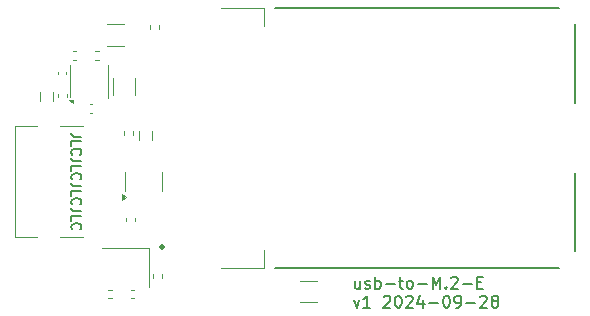
<source format=gto>
G04 #@! TF.GenerationSoftware,KiCad,Pcbnew,8.0.1+dfsg-1*
G04 #@! TF.CreationDate,2024-10-13T21:14:54+00:00*
G04 #@! TF.ProjectId,usb2m2e,75736232-6d32-4652-9e6b-696361645f70,rev?*
G04 #@! TF.SameCoordinates,Original*
G04 #@! TF.FileFunction,Legend,Top*
G04 #@! TF.FilePolarity,Positive*
%FSLAX46Y46*%
G04 Gerber Fmt 4.6, Leading zero omitted, Abs format (unit mm)*
G04 Created by KiCad (PCBNEW 8.0.1+dfsg-1) date 2024-10-13 21:14:54*
%MOMM*%
%LPD*%
G01*
G04 APERTURE LIST*
%ADD10C,0.150000*%
%ADD11C,0.160000*%
%ADD12C,0.120000*%
%ADD13C,0.260000*%
%ADD14C,1.100000*%
%ADD15C,1.600000*%
%ADD16R,1.550000X0.300000*%
%ADD17R,2.750000X1.200000*%
%ADD18C,4.500000*%
%ADD19R,1.900000X1.100000*%
%ADD20C,0.650000*%
%ADD21R,1.450000X0.600000*%
%ADD22R,1.450000X0.300000*%
%ADD23O,2.100000X1.000000*%
%ADD24O,1.600000X1.000000*%
%ADD25C,5.000000*%
%ADD26R,1.400000X1.200000*%
G04 APERTURE END LIST*
D10*
X163600000Y-72000000D02*
X139550000Y-72000000D01*
X165000000Y-80050000D02*
X165000000Y-73400000D01*
X165000000Y-92600000D02*
X165000000Y-85950000D01*
X163600000Y-94000000D02*
X139550000Y-94000000D01*
D11*
X123148971Y-82892379D02*
X122563257Y-82892379D01*
X122563257Y-82892379D02*
X122446114Y-82853332D01*
X122446114Y-82853332D02*
X122368019Y-82775236D01*
X122368019Y-82775236D02*
X122328971Y-82658094D01*
X122328971Y-82658094D02*
X122328971Y-82579998D01*
X122328971Y-83673332D02*
X122328971Y-83282856D01*
X122328971Y-83282856D02*
X123148971Y-83282856D01*
X122407066Y-84415237D02*
X122368019Y-84376189D01*
X122368019Y-84376189D02*
X122328971Y-84259047D01*
X122328971Y-84259047D02*
X122328971Y-84180951D01*
X122328971Y-84180951D02*
X122368019Y-84063808D01*
X122368019Y-84063808D02*
X122446114Y-83985713D01*
X122446114Y-83985713D02*
X122524209Y-83946666D01*
X122524209Y-83946666D02*
X122680399Y-83907618D01*
X122680399Y-83907618D02*
X122797542Y-83907618D01*
X122797542Y-83907618D02*
X122953733Y-83946666D01*
X122953733Y-83946666D02*
X123031828Y-83985713D01*
X123031828Y-83985713D02*
X123109923Y-84063808D01*
X123109923Y-84063808D02*
X123148971Y-84180951D01*
X123148971Y-84180951D02*
X123148971Y-84259047D01*
X123148971Y-84259047D02*
X123109923Y-84376189D01*
X123109923Y-84376189D02*
X123070876Y-84415237D01*
X123148971Y-85000951D02*
X122563257Y-85000951D01*
X122563257Y-85000951D02*
X122446114Y-84961904D01*
X122446114Y-84961904D02*
X122368019Y-84883808D01*
X122368019Y-84883808D02*
X122328971Y-84766666D01*
X122328971Y-84766666D02*
X122328971Y-84688570D01*
X122328971Y-85781904D02*
X122328971Y-85391428D01*
X122328971Y-85391428D02*
X123148971Y-85391428D01*
X122407066Y-86523809D02*
X122368019Y-86484761D01*
X122368019Y-86484761D02*
X122328971Y-86367619D01*
X122328971Y-86367619D02*
X122328971Y-86289523D01*
X122328971Y-86289523D02*
X122368019Y-86172380D01*
X122368019Y-86172380D02*
X122446114Y-86094285D01*
X122446114Y-86094285D02*
X122524209Y-86055238D01*
X122524209Y-86055238D02*
X122680399Y-86016190D01*
X122680399Y-86016190D02*
X122797542Y-86016190D01*
X122797542Y-86016190D02*
X122953733Y-86055238D01*
X122953733Y-86055238D02*
X123031828Y-86094285D01*
X123031828Y-86094285D02*
X123109923Y-86172380D01*
X123109923Y-86172380D02*
X123148971Y-86289523D01*
X123148971Y-86289523D02*
X123148971Y-86367619D01*
X123148971Y-86367619D02*
X123109923Y-86484761D01*
X123109923Y-86484761D02*
X123070876Y-86523809D01*
X123148971Y-87109523D02*
X122563257Y-87109523D01*
X122563257Y-87109523D02*
X122446114Y-87070476D01*
X122446114Y-87070476D02*
X122368019Y-86992380D01*
X122368019Y-86992380D02*
X122328971Y-86875238D01*
X122328971Y-86875238D02*
X122328971Y-86797142D01*
X122328971Y-87890476D02*
X122328971Y-87500000D01*
X122328971Y-87500000D02*
X123148971Y-87500000D01*
X122407066Y-88632381D02*
X122368019Y-88593333D01*
X122368019Y-88593333D02*
X122328971Y-88476191D01*
X122328971Y-88476191D02*
X122328971Y-88398095D01*
X122328971Y-88398095D02*
X122368019Y-88280952D01*
X122368019Y-88280952D02*
X122446114Y-88202857D01*
X122446114Y-88202857D02*
X122524209Y-88163810D01*
X122524209Y-88163810D02*
X122680399Y-88124762D01*
X122680399Y-88124762D02*
X122797542Y-88124762D01*
X122797542Y-88124762D02*
X122953733Y-88163810D01*
X122953733Y-88163810D02*
X123031828Y-88202857D01*
X123031828Y-88202857D02*
X123109923Y-88280952D01*
X123109923Y-88280952D02*
X123148971Y-88398095D01*
X123148971Y-88398095D02*
X123148971Y-88476191D01*
X123148971Y-88476191D02*
X123109923Y-88593333D01*
X123109923Y-88593333D02*
X123070876Y-88632381D01*
X123148971Y-89218095D02*
X122563257Y-89218095D01*
X122563257Y-89218095D02*
X122446114Y-89179048D01*
X122446114Y-89179048D02*
X122368019Y-89100952D01*
X122368019Y-89100952D02*
X122328971Y-88983810D01*
X122328971Y-88983810D02*
X122328971Y-88905714D01*
X122328971Y-89999048D02*
X122328971Y-89608572D01*
X122328971Y-89608572D02*
X123148971Y-89608572D01*
X122407066Y-90740953D02*
X122368019Y-90701905D01*
X122368019Y-90701905D02*
X122328971Y-90584763D01*
X122328971Y-90584763D02*
X122328971Y-90506667D01*
X122328971Y-90506667D02*
X122368019Y-90389524D01*
X122368019Y-90389524D02*
X122446114Y-90311429D01*
X122446114Y-90311429D02*
X122524209Y-90272382D01*
X122524209Y-90272382D02*
X122680399Y-90233334D01*
X122680399Y-90233334D02*
X122797542Y-90233334D01*
X122797542Y-90233334D02*
X122953733Y-90272382D01*
X122953733Y-90272382D02*
X123031828Y-90311429D01*
X123031828Y-90311429D02*
X123109923Y-90389524D01*
X123109923Y-90389524D02*
X123148971Y-90506667D01*
X123148971Y-90506667D02*
X123148971Y-90584763D01*
X123148971Y-90584763D02*
X123109923Y-90701905D01*
X123109923Y-90701905D02*
X123070876Y-90740953D01*
D10*
X146765350Y-95093208D02*
X146765350Y-95759875D01*
X146336779Y-95093208D02*
X146336779Y-95617017D01*
X146336779Y-95617017D02*
X146384398Y-95712256D01*
X146384398Y-95712256D02*
X146479636Y-95759875D01*
X146479636Y-95759875D02*
X146622493Y-95759875D01*
X146622493Y-95759875D02*
X146717731Y-95712256D01*
X146717731Y-95712256D02*
X146765350Y-95664636D01*
X147193922Y-95712256D02*
X147289160Y-95759875D01*
X147289160Y-95759875D02*
X147479636Y-95759875D01*
X147479636Y-95759875D02*
X147574874Y-95712256D01*
X147574874Y-95712256D02*
X147622493Y-95617017D01*
X147622493Y-95617017D02*
X147622493Y-95569398D01*
X147622493Y-95569398D02*
X147574874Y-95474160D01*
X147574874Y-95474160D02*
X147479636Y-95426541D01*
X147479636Y-95426541D02*
X147336779Y-95426541D01*
X147336779Y-95426541D02*
X147241541Y-95378922D01*
X147241541Y-95378922D02*
X147193922Y-95283684D01*
X147193922Y-95283684D02*
X147193922Y-95236065D01*
X147193922Y-95236065D02*
X147241541Y-95140827D01*
X147241541Y-95140827D02*
X147336779Y-95093208D01*
X147336779Y-95093208D02*
X147479636Y-95093208D01*
X147479636Y-95093208D02*
X147574874Y-95140827D01*
X148051065Y-95759875D02*
X148051065Y-94759875D01*
X148051065Y-95140827D02*
X148146303Y-95093208D01*
X148146303Y-95093208D02*
X148336779Y-95093208D01*
X148336779Y-95093208D02*
X148432017Y-95140827D01*
X148432017Y-95140827D02*
X148479636Y-95188446D01*
X148479636Y-95188446D02*
X148527255Y-95283684D01*
X148527255Y-95283684D02*
X148527255Y-95569398D01*
X148527255Y-95569398D02*
X148479636Y-95664636D01*
X148479636Y-95664636D02*
X148432017Y-95712256D01*
X148432017Y-95712256D02*
X148336779Y-95759875D01*
X148336779Y-95759875D02*
X148146303Y-95759875D01*
X148146303Y-95759875D02*
X148051065Y-95712256D01*
X148955827Y-95378922D02*
X149717732Y-95378922D01*
X150051065Y-95093208D02*
X150432017Y-95093208D01*
X150193922Y-94759875D02*
X150193922Y-95617017D01*
X150193922Y-95617017D02*
X150241541Y-95712256D01*
X150241541Y-95712256D02*
X150336779Y-95759875D01*
X150336779Y-95759875D02*
X150432017Y-95759875D01*
X150908208Y-95759875D02*
X150812970Y-95712256D01*
X150812970Y-95712256D02*
X150765351Y-95664636D01*
X150765351Y-95664636D02*
X150717732Y-95569398D01*
X150717732Y-95569398D02*
X150717732Y-95283684D01*
X150717732Y-95283684D02*
X150765351Y-95188446D01*
X150765351Y-95188446D02*
X150812970Y-95140827D01*
X150812970Y-95140827D02*
X150908208Y-95093208D01*
X150908208Y-95093208D02*
X151051065Y-95093208D01*
X151051065Y-95093208D02*
X151146303Y-95140827D01*
X151146303Y-95140827D02*
X151193922Y-95188446D01*
X151193922Y-95188446D02*
X151241541Y-95283684D01*
X151241541Y-95283684D02*
X151241541Y-95569398D01*
X151241541Y-95569398D02*
X151193922Y-95664636D01*
X151193922Y-95664636D02*
X151146303Y-95712256D01*
X151146303Y-95712256D02*
X151051065Y-95759875D01*
X151051065Y-95759875D02*
X150908208Y-95759875D01*
X151670113Y-95378922D02*
X152432018Y-95378922D01*
X152908208Y-95759875D02*
X152908208Y-94759875D01*
X152908208Y-94759875D02*
X153241541Y-95474160D01*
X153241541Y-95474160D02*
X153574874Y-94759875D01*
X153574874Y-94759875D02*
X153574874Y-95759875D01*
X154051065Y-95664636D02*
X154098684Y-95712256D01*
X154098684Y-95712256D02*
X154051065Y-95759875D01*
X154051065Y-95759875D02*
X154003446Y-95712256D01*
X154003446Y-95712256D02*
X154051065Y-95664636D01*
X154051065Y-95664636D02*
X154051065Y-95759875D01*
X154479636Y-94855113D02*
X154527255Y-94807494D01*
X154527255Y-94807494D02*
X154622493Y-94759875D01*
X154622493Y-94759875D02*
X154860588Y-94759875D01*
X154860588Y-94759875D02*
X154955826Y-94807494D01*
X154955826Y-94807494D02*
X155003445Y-94855113D01*
X155003445Y-94855113D02*
X155051064Y-94950351D01*
X155051064Y-94950351D02*
X155051064Y-95045589D01*
X155051064Y-95045589D02*
X155003445Y-95188446D01*
X155003445Y-95188446D02*
X154432017Y-95759875D01*
X154432017Y-95759875D02*
X155051064Y-95759875D01*
X155479636Y-95378922D02*
X156241541Y-95378922D01*
X156717731Y-95236065D02*
X157051064Y-95236065D01*
X157193921Y-95759875D02*
X156717731Y-95759875D01*
X156717731Y-95759875D02*
X156717731Y-94759875D01*
X156717731Y-94759875D02*
X157193921Y-94759875D01*
X146241541Y-96703152D02*
X146479636Y-97369819D01*
X146479636Y-97369819D02*
X146717731Y-96703152D01*
X147622493Y-97369819D02*
X147051065Y-97369819D01*
X147336779Y-97369819D02*
X147336779Y-96369819D01*
X147336779Y-96369819D02*
X147241541Y-96512676D01*
X147241541Y-96512676D02*
X147146303Y-96607914D01*
X147146303Y-96607914D02*
X147051065Y-96655533D01*
X148765351Y-96465057D02*
X148812970Y-96417438D01*
X148812970Y-96417438D02*
X148908208Y-96369819D01*
X148908208Y-96369819D02*
X149146303Y-96369819D01*
X149146303Y-96369819D02*
X149241541Y-96417438D01*
X149241541Y-96417438D02*
X149289160Y-96465057D01*
X149289160Y-96465057D02*
X149336779Y-96560295D01*
X149336779Y-96560295D02*
X149336779Y-96655533D01*
X149336779Y-96655533D02*
X149289160Y-96798390D01*
X149289160Y-96798390D02*
X148717732Y-97369819D01*
X148717732Y-97369819D02*
X149336779Y-97369819D01*
X149955827Y-96369819D02*
X150051065Y-96369819D01*
X150051065Y-96369819D02*
X150146303Y-96417438D01*
X150146303Y-96417438D02*
X150193922Y-96465057D01*
X150193922Y-96465057D02*
X150241541Y-96560295D01*
X150241541Y-96560295D02*
X150289160Y-96750771D01*
X150289160Y-96750771D02*
X150289160Y-96988866D01*
X150289160Y-96988866D02*
X150241541Y-97179342D01*
X150241541Y-97179342D02*
X150193922Y-97274580D01*
X150193922Y-97274580D02*
X150146303Y-97322200D01*
X150146303Y-97322200D02*
X150051065Y-97369819D01*
X150051065Y-97369819D02*
X149955827Y-97369819D01*
X149955827Y-97369819D02*
X149860589Y-97322200D01*
X149860589Y-97322200D02*
X149812970Y-97274580D01*
X149812970Y-97274580D02*
X149765351Y-97179342D01*
X149765351Y-97179342D02*
X149717732Y-96988866D01*
X149717732Y-96988866D02*
X149717732Y-96750771D01*
X149717732Y-96750771D02*
X149765351Y-96560295D01*
X149765351Y-96560295D02*
X149812970Y-96465057D01*
X149812970Y-96465057D02*
X149860589Y-96417438D01*
X149860589Y-96417438D02*
X149955827Y-96369819D01*
X150670113Y-96465057D02*
X150717732Y-96417438D01*
X150717732Y-96417438D02*
X150812970Y-96369819D01*
X150812970Y-96369819D02*
X151051065Y-96369819D01*
X151051065Y-96369819D02*
X151146303Y-96417438D01*
X151146303Y-96417438D02*
X151193922Y-96465057D01*
X151193922Y-96465057D02*
X151241541Y-96560295D01*
X151241541Y-96560295D02*
X151241541Y-96655533D01*
X151241541Y-96655533D02*
X151193922Y-96798390D01*
X151193922Y-96798390D02*
X150622494Y-97369819D01*
X150622494Y-97369819D02*
X151241541Y-97369819D01*
X152098684Y-96703152D02*
X152098684Y-97369819D01*
X151860589Y-96322200D02*
X151622494Y-97036485D01*
X151622494Y-97036485D02*
X152241541Y-97036485D01*
X152622494Y-96988866D02*
X153384399Y-96988866D01*
X154051065Y-96369819D02*
X154146303Y-96369819D01*
X154146303Y-96369819D02*
X154241541Y-96417438D01*
X154241541Y-96417438D02*
X154289160Y-96465057D01*
X154289160Y-96465057D02*
X154336779Y-96560295D01*
X154336779Y-96560295D02*
X154384398Y-96750771D01*
X154384398Y-96750771D02*
X154384398Y-96988866D01*
X154384398Y-96988866D02*
X154336779Y-97179342D01*
X154336779Y-97179342D02*
X154289160Y-97274580D01*
X154289160Y-97274580D02*
X154241541Y-97322200D01*
X154241541Y-97322200D02*
X154146303Y-97369819D01*
X154146303Y-97369819D02*
X154051065Y-97369819D01*
X154051065Y-97369819D02*
X153955827Y-97322200D01*
X153955827Y-97322200D02*
X153908208Y-97274580D01*
X153908208Y-97274580D02*
X153860589Y-97179342D01*
X153860589Y-97179342D02*
X153812970Y-96988866D01*
X153812970Y-96988866D02*
X153812970Y-96750771D01*
X153812970Y-96750771D02*
X153860589Y-96560295D01*
X153860589Y-96560295D02*
X153908208Y-96465057D01*
X153908208Y-96465057D02*
X153955827Y-96417438D01*
X153955827Y-96417438D02*
X154051065Y-96369819D01*
X154860589Y-97369819D02*
X155051065Y-97369819D01*
X155051065Y-97369819D02*
X155146303Y-97322200D01*
X155146303Y-97322200D02*
X155193922Y-97274580D01*
X155193922Y-97274580D02*
X155289160Y-97131723D01*
X155289160Y-97131723D02*
X155336779Y-96941247D01*
X155336779Y-96941247D02*
X155336779Y-96560295D01*
X155336779Y-96560295D02*
X155289160Y-96465057D01*
X155289160Y-96465057D02*
X155241541Y-96417438D01*
X155241541Y-96417438D02*
X155146303Y-96369819D01*
X155146303Y-96369819D02*
X154955827Y-96369819D01*
X154955827Y-96369819D02*
X154860589Y-96417438D01*
X154860589Y-96417438D02*
X154812970Y-96465057D01*
X154812970Y-96465057D02*
X154765351Y-96560295D01*
X154765351Y-96560295D02*
X154765351Y-96798390D01*
X154765351Y-96798390D02*
X154812970Y-96893628D01*
X154812970Y-96893628D02*
X154860589Y-96941247D01*
X154860589Y-96941247D02*
X154955827Y-96988866D01*
X154955827Y-96988866D02*
X155146303Y-96988866D01*
X155146303Y-96988866D02*
X155241541Y-96941247D01*
X155241541Y-96941247D02*
X155289160Y-96893628D01*
X155289160Y-96893628D02*
X155336779Y-96798390D01*
X155765351Y-96988866D02*
X156527256Y-96988866D01*
X156955827Y-96465057D02*
X157003446Y-96417438D01*
X157003446Y-96417438D02*
X157098684Y-96369819D01*
X157098684Y-96369819D02*
X157336779Y-96369819D01*
X157336779Y-96369819D02*
X157432017Y-96417438D01*
X157432017Y-96417438D02*
X157479636Y-96465057D01*
X157479636Y-96465057D02*
X157527255Y-96560295D01*
X157527255Y-96560295D02*
X157527255Y-96655533D01*
X157527255Y-96655533D02*
X157479636Y-96798390D01*
X157479636Y-96798390D02*
X156908208Y-97369819D01*
X156908208Y-97369819D02*
X157527255Y-97369819D01*
X158098684Y-96798390D02*
X158003446Y-96750771D01*
X158003446Y-96750771D02*
X157955827Y-96703152D01*
X157955827Y-96703152D02*
X157908208Y-96607914D01*
X157908208Y-96607914D02*
X157908208Y-96560295D01*
X157908208Y-96560295D02*
X157955827Y-96465057D01*
X157955827Y-96465057D02*
X158003446Y-96417438D01*
X158003446Y-96417438D02*
X158098684Y-96369819D01*
X158098684Y-96369819D02*
X158289160Y-96369819D01*
X158289160Y-96369819D02*
X158384398Y-96417438D01*
X158384398Y-96417438D02*
X158432017Y-96465057D01*
X158432017Y-96465057D02*
X158479636Y-96560295D01*
X158479636Y-96560295D02*
X158479636Y-96607914D01*
X158479636Y-96607914D02*
X158432017Y-96703152D01*
X158432017Y-96703152D02*
X158384398Y-96750771D01*
X158384398Y-96750771D02*
X158289160Y-96798390D01*
X158289160Y-96798390D02*
X158098684Y-96798390D01*
X158098684Y-96798390D02*
X158003446Y-96846009D01*
X158003446Y-96846009D02*
X157955827Y-96893628D01*
X157955827Y-96893628D02*
X157908208Y-96988866D01*
X157908208Y-96988866D02*
X157908208Y-97179342D01*
X157908208Y-97179342D02*
X157955827Y-97274580D01*
X157955827Y-97274580D02*
X158003446Y-97322200D01*
X158003446Y-97322200D02*
X158098684Y-97369819D01*
X158098684Y-97369819D02*
X158289160Y-97369819D01*
X158289160Y-97369819D02*
X158384398Y-97322200D01*
X158384398Y-97322200D02*
X158432017Y-97274580D01*
X158432017Y-97274580D02*
X158479636Y-97179342D01*
X158479636Y-97179342D02*
X158479636Y-96988866D01*
X158479636Y-96988866D02*
X158432017Y-96893628D01*
X158432017Y-96893628D02*
X158384398Y-96846009D01*
X158384398Y-96846009D02*
X158289160Y-96798390D01*
D12*
X135000000Y-71990000D02*
X138640000Y-71990000D01*
X135000000Y-94010000D02*
X138640000Y-94010000D01*
X138640000Y-71990000D02*
X138640000Y-73490000D01*
X138640000Y-94010000D02*
X138640000Y-92510000D01*
D13*
X130130000Y-92250000D02*
G75*
G02*
X129870000Y-92250000I-130000J0D01*
G01*
X129870000Y-92250000D02*
G75*
G02*
X130130000Y-92250000I130000J0D01*
G01*
D12*
X121190000Y-77392164D02*
X121190000Y-77607836D01*
X121910000Y-77392164D02*
X121910000Y-77607836D01*
X125753641Y-95840000D02*
X125446359Y-95840000D01*
X125753641Y-96600000D02*
X125446359Y-96600000D01*
X124638641Y-75657500D02*
X124331359Y-75657500D01*
X124638641Y-76417500D02*
X124331359Y-76417500D01*
X121170000Y-79553641D02*
X121170000Y-79246359D01*
X121930000Y-79553641D02*
X121930000Y-79246359D01*
X129220000Y-94863641D02*
X129220000Y-94556359D01*
X129980000Y-94863641D02*
X129980000Y-94556359D01*
X129020000Y-73446359D02*
X129020000Y-73753641D01*
X129780000Y-73446359D02*
X129780000Y-73753641D01*
X127607836Y-95850000D02*
X127392164Y-95850000D01*
X127607836Y-96570000D02*
X127392164Y-96570000D01*
X126811252Y-73390000D02*
X125388748Y-73390000D01*
X126811252Y-75210000D02*
X125388748Y-75210000D01*
X126820000Y-82753641D02*
X126820000Y-82446359D01*
X127580000Y-82753641D02*
X127580000Y-82446359D01*
X126920000Y-89756359D02*
X126920000Y-90063641D01*
X127680000Y-89756359D02*
X127680000Y-90063641D01*
X122738641Y-75657500D02*
X122431359Y-75657500D01*
X122738641Y-76417500D02*
X122431359Y-76417500D01*
X122215000Y-79527500D02*
X122215000Y-76837500D01*
X125435000Y-79637500D02*
X125435000Y-76837500D01*
X122445000Y-80047500D02*
X122165000Y-79767500D01*
X122445000Y-79767500D01*
X122445000Y-80047500D01*
G36*
X122445000Y-80047500D02*
G01*
X122165000Y-79767500D01*
X122445000Y-79767500D01*
X122445000Y-80047500D01*
G37*
X125890000Y-79336252D02*
X125890000Y-77913748D01*
X127710000Y-79336252D02*
X127710000Y-77913748D01*
X123892164Y-80140000D02*
X124107836Y-80140000D01*
X123892164Y-80860000D02*
X124107836Y-80860000D01*
X117540000Y-81980000D02*
X117540000Y-91380000D01*
X119440000Y-81980000D02*
X117540000Y-81980000D01*
X119440000Y-91380000D02*
X117540000Y-91380000D01*
X123340000Y-81980000D02*
X121340000Y-81980000D01*
X123340000Y-91380000D02*
X121340000Y-91380000D01*
X128040000Y-83199622D02*
X128040000Y-82400378D01*
X129160000Y-83199622D02*
X129160000Y-82400378D01*
X141688748Y-95090000D02*
X143111252Y-95090000D01*
X141688748Y-96910000D02*
X143111252Y-96910000D01*
X119640000Y-79100378D02*
X119640000Y-79899622D01*
X120760000Y-79100378D02*
X120760000Y-79899622D01*
X126890000Y-86700000D02*
X126890000Y-85900000D01*
X126890000Y-86700000D02*
X126890000Y-87500000D01*
X130010000Y-86700000D02*
X130010000Y-85900000D01*
X130010000Y-86700000D02*
X130010000Y-87500000D01*
X126940000Y-88000000D02*
X126610000Y-88240000D01*
X126610000Y-87760000D01*
X126940000Y-88000000D01*
G36*
X126940000Y-88000000D02*
G01*
X126610000Y-88240000D01*
X126610000Y-87760000D01*
X126940000Y-88000000D01*
G37*
X128900000Y-92310000D02*
X124900000Y-92310000D01*
X128900000Y-95610000D02*
X128900000Y-92310000D01*
%LPC*%
D14*
X136750000Y-93000000D03*
D15*
X136750000Y-73000000D03*
D16*
X131525000Y-92250000D03*
X138975000Y-92000000D03*
X131525000Y-91750000D03*
X138975000Y-91500000D03*
X131525000Y-91250000D03*
X138975000Y-91000000D03*
X131525000Y-90750000D03*
X138975000Y-90500000D03*
X131525000Y-90250000D03*
X138975000Y-90000000D03*
X131525000Y-89750000D03*
X138975000Y-89500000D03*
X131525000Y-89250000D03*
X138975000Y-89000000D03*
X131525000Y-88750000D03*
X138975000Y-88500000D03*
X131525000Y-88250000D03*
X138975000Y-88000000D03*
X131525000Y-87750000D03*
X138975000Y-87500000D03*
X131525000Y-87250000D03*
X138975000Y-87000000D03*
X131525000Y-86750000D03*
X138975000Y-86500000D03*
X131525000Y-86250000D03*
X138975000Y-86000000D03*
X131525000Y-85750000D03*
X138975000Y-85500000D03*
X131525000Y-85250000D03*
X138975000Y-85000000D03*
X131525000Y-84750000D03*
X138975000Y-84500000D03*
X131525000Y-84250000D03*
X138975000Y-84000000D03*
X131525000Y-83750000D03*
X138975000Y-83500000D03*
X131525000Y-83250000D03*
X138975000Y-83000000D03*
X131525000Y-82750000D03*
X138975000Y-82500000D03*
X131525000Y-82250000D03*
X138975000Y-82000000D03*
X131525000Y-81750000D03*
X138975000Y-81500000D03*
X131525000Y-81250000D03*
X138975000Y-81000000D03*
X131525000Y-80750000D03*
X138975000Y-80500000D03*
X131525000Y-80250000D03*
X138975000Y-80000000D03*
X131525000Y-79750000D03*
X138975000Y-79500000D03*
X131525000Y-79250000D03*
X138975000Y-79000000D03*
X131525000Y-78750000D03*
X138975000Y-78500000D03*
X131525000Y-78250000D03*
X138975000Y-78000000D03*
X131525000Y-77750000D03*
X138975000Y-77500000D03*
X131525000Y-77250000D03*
X138975000Y-77000000D03*
X131525000Y-76750000D03*
X138975000Y-76500000D03*
X131525000Y-76250000D03*
X138975000Y-76000000D03*
X131525000Y-75750000D03*
X138975000Y-75500000D03*
X131525000Y-75250000D03*
X138975000Y-75000000D03*
X131525000Y-74750000D03*
X138975000Y-74500000D03*
X131525000Y-74250000D03*
X138975000Y-74000000D03*
X131525000Y-73750000D03*
D17*
X132250000Y-93350000D03*
X132250000Y-72650000D03*
G36*
G01*
X121380000Y-76740000D02*
X121720000Y-76740000D01*
G75*
G02*
X121860000Y-76880000I0J-140000D01*
G01*
X121860000Y-77160000D01*
G75*
G02*
X121720000Y-77300000I-140000J0D01*
G01*
X121380000Y-77300000D01*
G75*
G02*
X121240000Y-77160000I0J140000D01*
G01*
X121240000Y-76880000D01*
G75*
G02*
X121380000Y-76740000I140000J0D01*
G01*
G37*
G36*
G01*
X121380000Y-77700000D02*
X121720000Y-77700000D01*
G75*
G02*
X121860000Y-77840000I0J-140000D01*
G01*
X121860000Y-78120000D01*
G75*
G02*
X121720000Y-78260000I-140000J0D01*
G01*
X121380000Y-78260000D01*
G75*
G02*
X121240000Y-78120000I0J140000D01*
G01*
X121240000Y-77840000D01*
G75*
G02*
X121380000Y-77700000I140000J0D01*
G01*
G37*
G36*
G01*
X126380000Y-96035000D02*
X126380000Y-96405000D01*
G75*
G02*
X126245000Y-96540000I-135000J0D01*
G01*
X125975000Y-96540000D01*
G75*
G02*
X125840000Y-96405000I0J135000D01*
G01*
X125840000Y-96035000D01*
G75*
G02*
X125975000Y-95900000I135000J0D01*
G01*
X126245000Y-95900000D01*
G75*
G02*
X126380000Y-96035000I0J-135000D01*
G01*
G37*
G36*
G01*
X125360000Y-96035000D02*
X125360000Y-96405000D01*
G75*
G02*
X125225000Y-96540000I-135000J0D01*
G01*
X124955000Y-96540000D01*
G75*
G02*
X124820000Y-96405000I0J135000D01*
G01*
X124820000Y-96035000D01*
G75*
G02*
X124955000Y-95900000I135000J0D01*
G01*
X125225000Y-95900000D01*
G75*
G02*
X125360000Y-96035000I0J-135000D01*
G01*
G37*
G36*
G01*
X125265000Y-75852500D02*
X125265000Y-76222500D01*
G75*
G02*
X125130000Y-76357500I-135000J0D01*
G01*
X124860000Y-76357500D01*
G75*
G02*
X124725000Y-76222500I0J135000D01*
G01*
X124725000Y-75852500D01*
G75*
G02*
X124860000Y-75717500I135000J0D01*
G01*
X125130000Y-75717500D01*
G75*
G02*
X125265000Y-75852500I0J-135000D01*
G01*
G37*
G36*
G01*
X124245000Y-75852500D02*
X124245000Y-76222500D01*
G75*
G02*
X124110000Y-76357500I-135000J0D01*
G01*
X123840000Y-76357500D01*
G75*
G02*
X123705000Y-76222500I0J135000D01*
G01*
X123705000Y-75852500D01*
G75*
G02*
X123840000Y-75717500I135000J0D01*
G01*
X124110000Y-75717500D01*
G75*
G02*
X124245000Y-75852500I0J-135000D01*
G01*
G37*
G36*
G01*
X121735000Y-80180000D02*
X121365000Y-80180000D01*
G75*
G02*
X121230000Y-80045000I0J135000D01*
G01*
X121230000Y-79775000D01*
G75*
G02*
X121365000Y-79640000I135000J0D01*
G01*
X121735000Y-79640000D01*
G75*
G02*
X121870000Y-79775000I0J-135000D01*
G01*
X121870000Y-80045000D01*
G75*
G02*
X121735000Y-80180000I-135000J0D01*
G01*
G37*
G36*
G01*
X121735000Y-79160000D02*
X121365000Y-79160000D01*
G75*
G02*
X121230000Y-79025000I0J135000D01*
G01*
X121230000Y-78755000D01*
G75*
G02*
X121365000Y-78620000I135000J0D01*
G01*
X121735000Y-78620000D01*
G75*
G02*
X121870000Y-78755000I0J-135000D01*
G01*
X121870000Y-79025000D01*
G75*
G02*
X121735000Y-79160000I-135000J0D01*
G01*
G37*
G36*
G01*
X129785000Y-95490000D02*
X129415000Y-95490000D01*
G75*
G02*
X129280000Y-95355000I0J135000D01*
G01*
X129280000Y-95085000D01*
G75*
G02*
X129415000Y-94950000I135000J0D01*
G01*
X129785000Y-94950000D01*
G75*
G02*
X129920000Y-95085000I0J-135000D01*
G01*
X129920000Y-95355000D01*
G75*
G02*
X129785000Y-95490000I-135000J0D01*
G01*
G37*
G36*
G01*
X129785000Y-94470000D02*
X129415000Y-94470000D01*
G75*
G02*
X129280000Y-94335000I0J135000D01*
G01*
X129280000Y-94065000D01*
G75*
G02*
X129415000Y-93930000I135000J0D01*
G01*
X129785000Y-93930000D01*
G75*
G02*
X129920000Y-94065000I0J-135000D01*
G01*
X129920000Y-94335000D01*
G75*
G02*
X129785000Y-94470000I-135000J0D01*
G01*
G37*
G36*
G01*
X129215000Y-72820000D02*
X129585000Y-72820000D01*
G75*
G02*
X129720000Y-72955000I0J-135000D01*
G01*
X129720000Y-73225000D01*
G75*
G02*
X129585000Y-73360000I-135000J0D01*
G01*
X129215000Y-73360000D01*
G75*
G02*
X129080000Y-73225000I0J135000D01*
G01*
X129080000Y-72955000D01*
G75*
G02*
X129215000Y-72820000I135000J0D01*
G01*
G37*
G36*
G01*
X129215000Y-73840000D02*
X129585000Y-73840000D01*
G75*
G02*
X129720000Y-73975000I0J-135000D01*
G01*
X129720000Y-74245000D01*
G75*
G02*
X129585000Y-74380000I-135000J0D01*
G01*
X129215000Y-74380000D01*
G75*
G02*
X129080000Y-74245000I0J135000D01*
G01*
X129080000Y-73975000D01*
G75*
G02*
X129215000Y-73840000I135000J0D01*
G01*
G37*
D18*
X122000000Y-71000000D03*
G36*
G01*
X128260000Y-96040000D02*
X128260000Y-96380000D01*
G75*
G02*
X128120000Y-96520000I-140000J0D01*
G01*
X127840000Y-96520000D01*
G75*
G02*
X127700000Y-96380000I0J140000D01*
G01*
X127700000Y-96040000D01*
G75*
G02*
X127840000Y-95900000I140000J0D01*
G01*
X128120000Y-95900000D01*
G75*
G02*
X128260000Y-96040000I0J-140000D01*
G01*
G37*
G36*
G01*
X127300000Y-96040000D02*
X127300000Y-96380000D01*
G75*
G02*
X127160000Y-96520000I-140000J0D01*
G01*
X126880000Y-96520000D01*
G75*
G02*
X126740000Y-96380000I0J140000D01*
G01*
X126740000Y-96040000D01*
G75*
G02*
X126880000Y-95900000I140000J0D01*
G01*
X127160000Y-95900000D01*
G75*
G02*
X127300000Y-96040000I0J-140000D01*
G01*
G37*
G36*
G01*
X128150000Y-73650000D02*
X128150000Y-74950000D01*
G75*
G02*
X127900000Y-75200000I-250000J0D01*
G01*
X127250000Y-75200000D01*
G75*
G02*
X127000000Y-74950000I0J250000D01*
G01*
X127000000Y-73650000D01*
G75*
G02*
X127250000Y-73400000I250000J0D01*
G01*
X127900000Y-73400000D01*
G75*
G02*
X128150000Y-73650000I0J-250000D01*
G01*
G37*
G36*
G01*
X125200000Y-73650000D02*
X125200000Y-74950000D01*
G75*
G02*
X124950000Y-75200000I-250000J0D01*
G01*
X124300000Y-75200000D01*
G75*
G02*
X124050000Y-74950000I0J250000D01*
G01*
X124050000Y-73650000D01*
G75*
G02*
X124300000Y-73400000I250000J0D01*
G01*
X124950000Y-73400000D01*
G75*
G02*
X125200000Y-73650000I0J-250000D01*
G01*
G37*
G36*
G01*
X127385000Y-83380000D02*
X127015000Y-83380000D01*
G75*
G02*
X126880000Y-83245000I0J135000D01*
G01*
X126880000Y-82975000D01*
G75*
G02*
X127015000Y-82840000I135000J0D01*
G01*
X127385000Y-82840000D01*
G75*
G02*
X127520000Y-82975000I0J-135000D01*
G01*
X127520000Y-83245000D01*
G75*
G02*
X127385000Y-83380000I-135000J0D01*
G01*
G37*
G36*
G01*
X127385000Y-82360000D02*
X127015000Y-82360000D01*
G75*
G02*
X126880000Y-82225000I0J135000D01*
G01*
X126880000Y-81955000D01*
G75*
G02*
X127015000Y-81820000I135000J0D01*
G01*
X127385000Y-81820000D01*
G75*
G02*
X127520000Y-81955000I0J-135000D01*
G01*
X127520000Y-82225000D01*
G75*
G02*
X127385000Y-82360000I-135000J0D01*
G01*
G37*
X166000000Y-95000000D03*
G36*
G01*
X127115000Y-89130000D02*
X127485000Y-89130000D01*
G75*
G02*
X127620000Y-89265000I0J-135000D01*
G01*
X127620000Y-89535000D01*
G75*
G02*
X127485000Y-89670000I-135000J0D01*
G01*
X127115000Y-89670000D01*
G75*
G02*
X126980000Y-89535000I0J135000D01*
G01*
X126980000Y-89265000D01*
G75*
G02*
X127115000Y-89130000I135000J0D01*
G01*
G37*
G36*
G01*
X127115000Y-90150000D02*
X127485000Y-90150000D01*
G75*
G02*
X127620000Y-90285000I0J-135000D01*
G01*
X127620000Y-90555000D01*
G75*
G02*
X127485000Y-90690000I-135000J0D01*
G01*
X127115000Y-90690000D01*
G75*
G02*
X126980000Y-90555000I0J135000D01*
G01*
X126980000Y-90285000D01*
G75*
G02*
X127115000Y-90150000I135000J0D01*
G01*
G37*
G36*
G01*
X123365000Y-75852500D02*
X123365000Y-76222500D01*
G75*
G02*
X123230000Y-76357500I-135000J0D01*
G01*
X122960000Y-76357500D01*
G75*
G02*
X122825000Y-76222500I0J135000D01*
G01*
X122825000Y-75852500D01*
G75*
G02*
X122960000Y-75717500I135000J0D01*
G01*
X123230000Y-75717500D01*
G75*
G02*
X123365000Y-75852500I0J-135000D01*
G01*
G37*
G36*
G01*
X122345000Y-75852500D02*
X122345000Y-76222500D01*
G75*
G02*
X122210000Y-76357500I-135000J0D01*
G01*
X121940000Y-76357500D01*
G75*
G02*
X121805000Y-76222500I0J135000D01*
G01*
X121805000Y-75852500D01*
G75*
G02*
X121940000Y-75717500I135000J0D01*
G01*
X122210000Y-75717500D01*
G75*
G02*
X122345000Y-75852500I0J-135000D01*
G01*
G37*
G36*
G01*
X122975000Y-79612500D02*
X122725000Y-79612500D01*
G75*
G02*
X122600000Y-79487500I0J125000D01*
G01*
X122600000Y-79112500D01*
G75*
G02*
X122725000Y-78987500I125000J0D01*
G01*
X122975000Y-78987500D01*
G75*
G02*
X123100000Y-79112500I0J-125000D01*
G01*
X123100000Y-79487500D01*
G75*
G02*
X122975000Y-79612500I-125000J0D01*
G01*
G37*
G36*
G01*
X123625000Y-79612500D02*
X123375000Y-79612500D01*
G75*
G02*
X123250000Y-79487500I0J125000D01*
G01*
X123250000Y-79112500D01*
G75*
G02*
X123375000Y-78987500I125000J0D01*
G01*
X123625000Y-78987500D01*
G75*
G02*
X123750000Y-79112500I0J-125000D01*
G01*
X123750000Y-79487500D01*
G75*
G02*
X123625000Y-79612500I-125000J0D01*
G01*
G37*
G36*
G01*
X124275000Y-79612500D02*
X124025000Y-79612500D01*
G75*
G02*
X123900000Y-79487500I0J125000D01*
G01*
X123900000Y-79112500D01*
G75*
G02*
X124025000Y-78987500I125000J0D01*
G01*
X124275000Y-78987500D01*
G75*
G02*
X124400000Y-79112500I0J-125000D01*
G01*
X124400000Y-79487500D01*
G75*
G02*
X124275000Y-79612500I-125000J0D01*
G01*
G37*
G36*
G01*
X124925000Y-79612500D02*
X124675000Y-79612500D01*
G75*
G02*
X124550000Y-79487500I0J125000D01*
G01*
X124550000Y-79112500D01*
G75*
G02*
X124675000Y-78987500I125000J0D01*
G01*
X124925000Y-78987500D01*
G75*
G02*
X125050000Y-79112500I0J-125000D01*
G01*
X125050000Y-79487500D01*
G75*
G02*
X124925000Y-79612500I-125000J0D01*
G01*
G37*
G36*
G01*
X124925000Y-77487500D02*
X124675000Y-77487500D01*
G75*
G02*
X124550000Y-77362500I0J125000D01*
G01*
X124550000Y-76987500D01*
G75*
G02*
X124675000Y-76862500I125000J0D01*
G01*
X124925000Y-76862500D01*
G75*
G02*
X125050000Y-76987500I0J-125000D01*
G01*
X125050000Y-77362500D01*
G75*
G02*
X124925000Y-77487500I-125000J0D01*
G01*
G37*
G36*
G01*
X124275000Y-77487500D02*
X124025000Y-77487500D01*
G75*
G02*
X123900000Y-77362500I0J125000D01*
G01*
X123900000Y-76987500D01*
G75*
G02*
X124025000Y-76862500I125000J0D01*
G01*
X124275000Y-76862500D01*
G75*
G02*
X124400000Y-76987500I0J-125000D01*
G01*
X124400000Y-77362500D01*
G75*
G02*
X124275000Y-77487500I-125000J0D01*
G01*
G37*
G36*
G01*
X123625000Y-77487500D02*
X123375000Y-77487500D01*
G75*
G02*
X123250000Y-77362500I0J125000D01*
G01*
X123250000Y-76987500D01*
G75*
G02*
X123375000Y-76862500I125000J0D01*
G01*
X123625000Y-76862500D01*
G75*
G02*
X123750000Y-76987500I0J-125000D01*
G01*
X123750000Y-77362500D01*
G75*
G02*
X123625000Y-77487500I-125000J0D01*
G01*
G37*
G36*
G01*
X122975000Y-77487500D02*
X122725000Y-77487500D01*
G75*
G02*
X122600000Y-77362500I0J125000D01*
G01*
X122600000Y-76987500D01*
G75*
G02*
X122725000Y-76862500I125000J0D01*
G01*
X122975000Y-76862500D01*
G75*
G02*
X123100000Y-76987500I0J-125000D01*
G01*
X123100000Y-77362500D01*
G75*
G02*
X122975000Y-77487500I-125000J0D01*
G01*
G37*
D19*
X123825000Y-78237500D03*
D18*
X166000000Y-71000000D03*
G36*
G01*
X127450000Y-80675000D02*
X126150000Y-80675000D01*
G75*
G02*
X125900000Y-80425000I0J250000D01*
G01*
X125900000Y-79775000D01*
G75*
G02*
X126150000Y-79525000I250000J0D01*
G01*
X127450000Y-79525000D01*
G75*
G02*
X127700000Y-79775000I0J-250000D01*
G01*
X127700000Y-80425000D01*
G75*
G02*
X127450000Y-80675000I-250000J0D01*
G01*
G37*
G36*
G01*
X127450000Y-77725000D02*
X126150000Y-77725000D01*
G75*
G02*
X125900000Y-77475000I0J250000D01*
G01*
X125900000Y-76825000D01*
G75*
G02*
X126150000Y-76575000I250000J0D01*
G01*
X127450000Y-76575000D01*
G75*
G02*
X127700000Y-76825000I0J-250000D01*
G01*
X127700000Y-77475000D01*
G75*
G02*
X127450000Y-77725000I-250000J0D01*
G01*
G37*
G36*
G01*
X123240000Y-80670000D02*
X123240000Y-80330000D01*
G75*
G02*
X123380000Y-80190000I140000J0D01*
G01*
X123660000Y-80190000D01*
G75*
G02*
X123800000Y-80330000I0J-140000D01*
G01*
X123800000Y-80670000D01*
G75*
G02*
X123660000Y-80810000I-140000J0D01*
G01*
X123380000Y-80810000D01*
G75*
G02*
X123240000Y-80670000I0J140000D01*
G01*
G37*
G36*
G01*
X124200000Y-80670000D02*
X124200000Y-80330000D01*
G75*
G02*
X124340000Y-80190000I140000J0D01*
G01*
X124620000Y-80190000D01*
G75*
G02*
X124760000Y-80330000I0J-140000D01*
G01*
X124760000Y-80670000D01*
G75*
G02*
X124620000Y-80810000I-140000J0D01*
G01*
X124340000Y-80810000D01*
G75*
G02*
X124200000Y-80670000I0J140000D01*
G01*
G37*
D20*
X124040000Y-83790000D03*
X124040000Y-89570000D03*
D21*
X125485000Y-83430000D03*
X125485000Y-84230000D03*
D22*
X125485000Y-85430000D03*
X125485000Y-86430000D03*
X125485000Y-86930000D03*
X125485000Y-87930000D03*
D21*
X125485000Y-89130000D03*
X125485000Y-89930000D03*
X125485000Y-89930000D03*
X125485000Y-89130000D03*
D22*
X125485000Y-88430000D03*
X125485000Y-87430000D03*
X125485000Y-85930000D03*
X125485000Y-84930000D03*
D21*
X125485000Y-84230000D03*
X125485000Y-83430000D03*
D23*
X124570000Y-82360000D03*
D24*
X120390000Y-82360000D03*
D23*
X124570000Y-91000000D03*
D24*
X120390000Y-91000000D03*
G36*
G01*
X128981250Y-84300000D02*
X128218750Y-84300000D01*
G75*
G02*
X128000000Y-84081250I0J218750D01*
G01*
X128000000Y-83643750D01*
G75*
G02*
X128218750Y-83425000I218750J0D01*
G01*
X128981250Y-83425000D01*
G75*
G02*
X129200000Y-83643750I0J-218750D01*
G01*
X129200000Y-84081250D01*
G75*
G02*
X128981250Y-84300000I-218750J0D01*
G01*
G37*
G36*
G01*
X128981250Y-82175000D02*
X128218750Y-82175000D01*
G75*
G02*
X128000000Y-81956250I0J218750D01*
G01*
X128000000Y-81518750D01*
G75*
G02*
X128218750Y-81300000I218750J0D01*
G01*
X128981250Y-81300000D01*
G75*
G02*
X129200000Y-81518750I0J-218750D01*
G01*
X129200000Y-81956250D01*
G75*
G02*
X128981250Y-82175000I-218750J0D01*
G01*
G37*
D18*
X122000000Y-95000000D03*
D25*
X165000000Y-83000000D03*
G36*
G01*
X140350000Y-96650000D02*
X140350000Y-95350000D01*
G75*
G02*
X140600000Y-95100000I250000J0D01*
G01*
X141250000Y-95100000D01*
G75*
G02*
X141500000Y-95350000I0J-250000D01*
G01*
X141500000Y-96650000D01*
G75*
G02*
X141250000Y-96900000I-250000J0D01*
G01*
X140600000Y-96900000D01*
G75*
G02*
X140350000Y-96650000I0J250000D01*
G01*
G37*
G36*
G01*
X143300000Y-96650000D02*
X143300000Y-95350000D01*
G75*
G02*
X143550000Y-95100000I250000J0D01*
G01*
X144200000Y-95100000D01*
G75*
G02*
X144450000Y-95350000I0J-250000D01*
G01*
X144450000Y-96650000D01*
G75*
G02*
X144200000Y-96900000I-250000J0D01*
G01*
X143550000Y-96900000D01*
G75*
G02*
X143300000Y-96650000I0J250000D01*
G01*
G37*
G36*
G01*
X119818750Y-78000000D02*
X120581250Y-78000000D01*
G75*
G02*
X120800000Y-78218750I0J-218750D01*
G01*
X120800000Y-78656250D01*
G75*
G02*
X120581250Y-78875000I-218750J0D01*
G01*
X119818750Y-78875000D01*
G75*
G02*
X119600000Y-78656250I0J218750D01*
G01*
X119600000Y-78218750D01*
G75*
G02*
X119818750Y-78000000I218750J0D01*
G01*
G37*
G36*
G01*
X119818750Y-80125000D02*
X120581250Y-80125000D01*
G75*
G02*
X120800000Y-80343750I0J-218750D01*
G01*
X120800000Y-80781250D01*
G75*
G02*
X120581250Y-81000000I-218750J0D01*
G01*
X119818750Y-81000000D01*
G75*
G02*
X119600000Y-80781250I0J218750D01*
G01*
X119600000Y-80343750D01*
G75*
G02*
X119818750Y-80125000I218750J0D01*
G01*
G37*
G36*
G01*
X127650000Y-88500000D02*
X127350000Y-88500000D01*
G75*
G02*
X127200000Y-88350000I0J150000D01*
G01*
X127200000Y-87325000D01*
G75*
G02*
X127350000Y-87175000I150000J0D01*
G01*
X127650000Y-87175000D01*
G75*
G02*
X127800000Y-87325000I0J-150000D01*
G01*
X127800000Y-88350000D01*
G75*
G02*
X127650000Y-88500000I-150000J0D01*
G01*
G37*
G36*
G01*
X128600000Y-88500000D02*
X128300000Y-88500000D01*
G75*
G02*
X128150000Y-88350000I0J150000D01*
G01*
X128150000Y-87325000D01*
G75*
G02*
X128300000Y-87175000I150000J0D01*
G01*
X128600000Y-87175000D01*
G75*
G02*
X128750000Y-87325000I0J-150000D01*
G01*
X128750000Y-88350000D01*
G75*
G02*
X128600000Y-88500000I-150000J0D01*
G01*
G37*
G36*
G01*
X129550000Y-88500000D02*
X129250000Y-88500000D01*
G75*
G02*
X129100000Y-88350000I0J150000D01*
G01*
X129100000Y-87325000D01*
G75*
G02*
X129250000Y-87175000I150000J0D01*
G01*
X129550000Y-87175000D01*
G75*
G02*
X129700000Y-87325000I0J-150000D01*
G01*
X129700000Y-88350000D01*
G75*
G02*
X129550000Y-88500000I-150000J0D01*
G01*
G37*
G36*
G01*
X129550000Y-86225000D02*
X129250000Y-86225000D01*
G75*
G02*
X129100000Y-86075000I0J150000D01*
G01*
X129100000Y-85050000D01*
G75*
G02*
X129250000Y-84900000I150000J0D01*
G01*
X129550000Y-84900000D01*
G75*
G02*
X129700000Y-85050000I0J-150000D01*
G01*
X129700000Y-86075000D01*
G75*
G02*
X129550000Y-86225000I-150000J0D01*
G01*
G37*
G36*
G01*
X128600000Y-86225000D02*
X128300000Y-86225000D01*
G75*
G02*
X128150000Y-86075000I0J150000D01*
G01*
X128150000Y-85050000D01*
G75*
G02*
X128300000Y-84900000I150000J0D01*
G01*
X128600000Y-84900000D01*
G75*
G02*
X128750000Y-85050000I0J-150000D01*
G01*
X128750000Y-86075000D01*
G75*
G02*
X128600000Y-86225000I-150000J0D01*
G01*
G37*
G36*
G01*
X127650000Y-86225000D02*
X127350000Y-86225000D01*
G75*
G02*
X127200000Y-86075000I0J150000D01*
G01*
X127200000Y-85050000D01*
G75*
G02*
X127350000Y-84900000I150000J0D01*
G01*
X127650000Y-84900000D01*
G75*
G02*
X127800000Y-85050000I0J-150000D01*
G01*
X127800000Y-86075000D01*
G75*
G02*
X127650000Y-86225000I-150000J0D01*
G01*
G37*
D26*
X128000000Y-93110000D03*
X125800000Y-93110000D03*
X125800000Y-94810000D03*
X128000000Y-94810000D03*
%LPD*%
M02*

</source>
